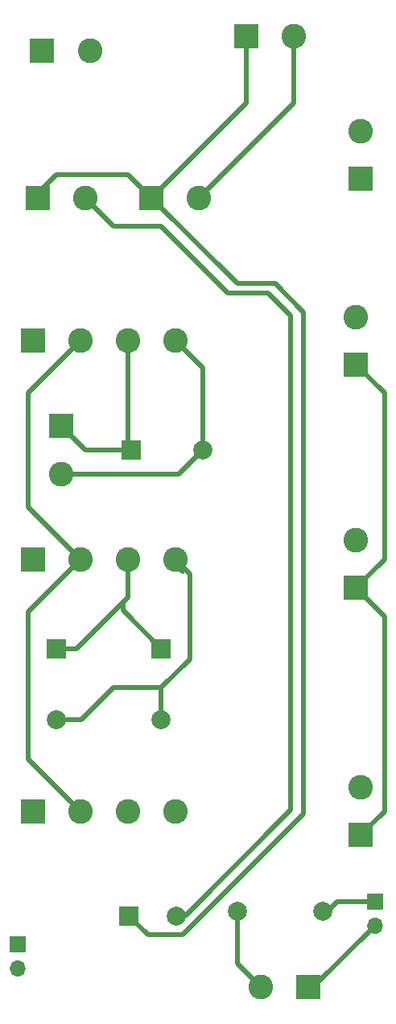
<source format=gbr>
%TF.GenerationSoftware,KiCad,Pcbnew,8.0.2*%
%TF.CreationDate,2024-06-25T22:05:52+02:00*%
%TF.ProjectId,Robo_V2.0-Stromverteilung,526f626f-5f56-4322-9e30-2d5374726f6d,rev?*%
%TF.SameCoordinates,Original*%
%TF.FileFunction,Copper,L1,Top*%
%TF.FilePolarity,Positive*%
%FSLAX46Y46*%
G04 Gerber Fmt 4.6, Leading zero omitted, Abs format (unit mm)*
G04 Created by KiCad (PCBNEW 8.0.2) date 2024-06-25 22:05:52*
%MOMM*%
%LPD*%
G01*
G04 APERTURE LIST*
%TA.AperFunction,ComponentPad*%
%ADD10R,2.600000X2.600000*%
%TD*%
%TA.AperFunction,ComponentPad*%
%ADD11C,2.600000*%
%TD*%
%TA.AperFunction,ComponentPad*%
%ADD12R,2.000000X2.000000*%
%TD*%
%TA.AperFunction,ComponentPad*%
%ADD13C,2.000000*%
%TD*%
%TA.AperFunction,ComponentPad*%
%ADD14R,1.700000X1.700000*%
%TD*%
%TA.AperFunction,ComponentPad*%
%ADD15O,1.700000X1.700000*%
%TD*%
%TA.AperFunction,Conductor*%
%ADD16C,0.500000*%
%TD*%
G04 APERTURE END LIST*
D10*
%TO.P,Jetson_SW1,1,Pin_1*%
%TO.N,Net-(Jetson1-B)*%
X61000000Y-93500000D03*
D11*
%TO.P,Jetson_SW1,2,Pin_2*%
%TO.N,/GND*%
X66000000Y-93500000D03*
%TO.P,Jetson_SW1,3,Pin_3*%
%TO.N,/Jetson+*%
X71000000Y-93500000D03*
%TO.P,Jetson_SW1,4,Pin_4*%
%TO.N,/Jetson-*%
X76000000Y-93500000D03*
%TD*%
D10*
%TO.P,5V1,1,A*%
%TO.N,/VCC*%
X95000000Y-73000000D03*
D11*
%TO.P,5V1,2,B*%
%TO.N,Net-(5V1-B)*%
X95000000Y-68000000D03*
%TD*%
D10*
%TO.P,5V_SW2,1,Pin_1*%
%TO.N,Net-(5V1-B)*%
X61000000Y-70500000D03*
D11*
%TO.P,5V_SW2,2,Pin_2*%
%TO.N,/GND*%
X66000000Y-70500000D03*
%TO.P,5V_SW2,3,Pin_3*%
%TO.N,/5V+*%
X71000000Y-70500000D03*
%TO.P,5V_SW2,4,Pin_4*%
%TO.N,/5V-*%
X76000000Y-70500000D03*
%TD*%
D10*
%TO.P,12V_SW1,1,Pin_1*%
%TO.N,Net-(12V1-B)*%
X61000000Y-120000000D03*
D11*
%TO.P,12V_SW1,2,Pin_2*%
%TO.N,/GND*%
X66000000Y-120000000D03*
%TO.P,12V_SW1,3,Pin_3*%
%TO.N,/12V+*%
X71000000Y-120000000D03*
%TO.P,12V_SW1,4,Pin_4*%
%TO.N,/12V-*%
X76000000Y-120000000D03*
%TD*%
D10*
%TO.P,Out_5V1,1,Pin_1*%
%TO.N,/5V+*%
X64000000Y-79500000D03*
D11*
%TO.P,Out_5V1,2,Pin_2*%
%TO.N,/5V-*%
X64000000Y-84500000D03*
%TD*%
D12*
%TO.P,C2,1*%
%TO.N,/5V+*%
X71382323Y-82000000D03*
D13*
%TO.P,C2,2*%
%TO.N,/5V-*%
X78882323Y-82000000D03*
%TD*%
D12*
%TO.P,C3,1*%
%TO.N,/Jetson+*%
X74500000Y-102882323D03*
D13*
%TO.P,C3,2*%
%TO.N,/Jetson-*%
X74500000Y-110382323D03*
%TD*%
D10*
%TO.P,Output1,1,Pin_1*%
%TO.N,/12V+*%
X83500000Y-38500000D03*
D11*
%TO.P,Output1,2,Pin_2*%
%TO.N,/12V-*%
X88500000Y-38500000D03*
%TD*%
D10*
%TO.P,Out_12V1,1,Pin_1*%
%TO.N,/12V+*%
X73500000Y-55500000D03*
D11*
%TO.P,Out_12V1,2,Pin_2*%
%TO.N,/12V-*%
X78500000Y-55500000D03*
%TD*%
D10*
%TO.P,Jetson1,1,A*%
%TO.N,/VCC*%
X95000000Y-96500000D03*
D11*
%TO.P,Jetson1,2,B*%
%TO.N,Net-(Jetson1-B)*%
X95000000Y-91500000D03*
%TD*%
D12*
%TO.P,C4,1*%
%TO.N,/Jetson+*%
X63500000Y-102882323D03*
D13*
%TO.P,C4,2*%
%TO.N,/Jetson-*%
X63500000Y-110382323D03*
%TD*%
D14*
%TO.P,Input1,1,Pin_1*%
%TO.N,/GND*%
X59400000Y-133960000D03*
D15*
%TO.P,Input1,2,Pin_2*%
%TO.N,/VCC*%
X59400000Y-136500000D03*
%TD*%
D13*
%TO.P,R1,1*%
%TO.N,Net-(LoP1-B)*%
X82500000Y-130500000D03*
%TO.P,R1,2*%
%TO.N,Net-(LoP-Pins1-Pin_1)*%
X91500000Y-130500000D03*
%TD*%
D12*
%TO.P,C1,1*%
%TO.N,/12V+*%
X71132323Y-131000000D03*
D13*
%TO.P,C1,2*%
%TO.N,/12V-*%
X76132323Y-131000000D03*
%TD*%
D10*
%TO.P,H-Bridge1,1,Pin_1*%
%TO.N,/12V+*%
X61500000Y-55500000D03*
D11*
%TO.P,H-Bridge1,2,Pin_2*%
%TO.N,/12V-*%
X66500000Y-55500000D03*
%TD*%
D10*
%TO.P,12V1,1,A*%
%TO.N,/VCC*%
X95500000Y-122500000D03*
D11*
%TO.P,12V1,2,B*%
%TO.N,Net-(12V1-B)*%
X95500000Y-117500000D03*
%TD*%
D10*
%TO.P,LoP1,1,A*%
%TO.N,Net-(LoP-Pins1-Pin_2)*%
X90000000Y-138500000D03*
D11*
%TO.P,LoP1,2,B*%
%TO.N,Net-(LoP1-B)*%
X85000000Y-138500000D03*
%TD*%
D10*
%TO.P,PCA9685,1,Pin_1*%
%TO.N,/5V+*%
X62000000Y-40000000D03*
D11*
%TO.P,PCA9685,2,Pin_2*%
%TO.N,/5V-*%
X67000000Y-40000000D03*
%TD*%
D14*
%TO.P,LoP-Pins1,1,Pin_1*%
%TO.N,Net-(LoP-Pins1-Pin_1)*%
X97000000Y-129460000D03*
D15*
%TO.P,LoP-Pins1,2,Pin_2*%
%TO.N,Net-(LoP-Pins1-Pin_2)*%
X97000000Y-132000000D03*
%TD*%
D10*
%TO.P,LCD1,1,Pin_1*%
%TO.N,/5V+*%
X95500000Y-53500000D03*
D11*
%TO.P,LCD1,2,Pin_2*%
%TO.N,/5V-*%
X95500000Y-48500000D03*
%TD*%
D16*
%TO.N,/VCC*%
X95000000Y-96500000D02*
X98000000Y-93500000D01*
X95500000Y-122500000D02*
X98000000Y-120000000D01*
X98000000Y-120000000D02*
X98000000Y-99500000D01*
X98000000Y-99500000D02*
X95000000Y-96500000D01*
X98000000Y-93500000D02*
X98000000Y-76000000D01*
X98000000Y-76000000D02*
X95000000Y-73000000D01*
%TO.N,/12V+*%
X73500000Y-55500000D02*
X83500000Y-45500000D01*
X71132323Y-131000000D02*
X73132323Y-133000000D01*
X83500000Y-45500000D02*
X83500000Y-38500000D01*
X89500000Y-67500000D02*
X86500000Y-64500000D01*
X89500000Y-120250000D02*
X89500000Y-67500000D01*
X73132323Y-133000000D02*
X76750000Y-133000000D01*
X76750000Y-133000000D02*
X89500000Y-120250000D01*
X61500000Y-55000000D02*
X61500000Y-55500000D01*
X71000000Y-53000000D02*
X73500000Y-55500000D01*
X63500000Y-53000000D02*
X61500000Y-55000000D01*
X63500000Y-53000000D02*
X71000000Y-53000000D01*
X82500000Y-64500000D02*
X73500000Y-55500000D01*
X86500000Y-64500000D02*
X82500000Y-64500000D01*
%TO.N,/12V-*%
X88132323Y-67882323D02*
X85750000Y-65500000D01*
X88500000Y-45500000D02*
X88500000Y-38500000D01*
X76132323Y-131000000D02*
X77000000Y-131000000D01*
X69500000Y-58500000D02*
X66500000Y-55500000D01*
X85750000Y-65500000D02*
X81500000Y-65500000D01*
X78500000Y-55500000D02*
X88500000Y-45500000D01*
X74500000Y-58500000D02*
X69500000Y-58500000D01*
X77000000Y-131000000D02*
X88132323Y-119867677D01*
X88132323Y-119867677D02*
X88132323Y-67882323D01*
X81500000Y-65500000D02*
X74500000Y-58500000D01*
%TO.N,/GND*%
X60500000Y-114500000D02*
X60500000Y-99000000D01*
X60500000Y-76000000D02*
X66000000Y-70500000D01*
X60500000Y-88000000D02*
X60500000Y-76000000D01*
X60500000Y-99000000D02*
X66000000Y-93500000D01*
X66000000Y-93500000D02*
X60500000Y-88000000D01*
X66000000Y-120000000D02*
X60500000Y-114500000D01*
%TO.N,/5V+*%
X71000000Y-70500000D02*
X71000000Y-81617677D01*
X66500000Y-82000000D02*
X64000000Y-79500000D01*
X71000000Y-81617677D02*
X71382323Y-82000000D01*
X71382323Y-82000000D02*
X66500000Y-82000000D01*
%TO.N,/5V-*%
X78882323Y-82000000D02*
X78882323Y-73382323D01*
X76382323Y-84500000D02*
X64000000Y-84500000D01*
X78882323Y-73382323D02*
X76000000Y-70500000D01*
X78882323Y-82000000D02*
X76382323Y-84500000D01*
%TO.N,/Jetson-*%
X76800000Y-94800000D02*
X75500000Y-93500000D01*
X74500000Y-107000000D02*
X77500000Y-104000000D01*
X77500000Y-95000000D02*
X76000000Y-93500000D01*
X63500000Y-110382323D02*
X66117677Y-110382323D01*
X66117677Y-110382323D02*
X69500000Y-107000000D01*
X74500000Y-110382323D02*
X74500000Y-107000000D01*
X77500000Y-104000000D02*
X77500000Y-95000000D01*
X69500000Y-107000000D02*
X74500000Y-107000000D01*
%TO.N,/Jetson+*%
X70500000Y-98000000D02*
X71000000Y-97500000D01*
X63500000Y-102882323D02*
X65617677Y-102882323D01*
X71000000Y-97500000D02*
X71000000Y-93500000D01*
X65617677Y-102882323D02*
X70500000Y-98000000D01*
X74500000Y-102882323D02*
X70500000Y-98882323D01*
X70500000Y-98882323D02*
X70500000Y-98000000D01*
%TO.N,Net-(LoP-Pins1-Pin_1)*%
X93040000Y-129460000D02*
X97000000Y-129460000D01*
X91500000Y-130500000D02*
X92000000Y-130500000D01*
X92000000Y-130500000D02*
X93040000Y-129460000D01*
%TO.N,Net-(LoP-Pins1-Pin_2)*%
X90000000Y-138500000D02*
X90500000Y-138500000D01*
X90500000Y-138500000D02*
X97000000Y-132000000D01*
%TO.N,Net-(LoP1-B)*%
X82500000Y-136000000D02*
X82500000Y-130500000D01*
X85000000Y-138500000D02*
X82500000Y-136000000D01*
%TD*%
M02*

</source>
